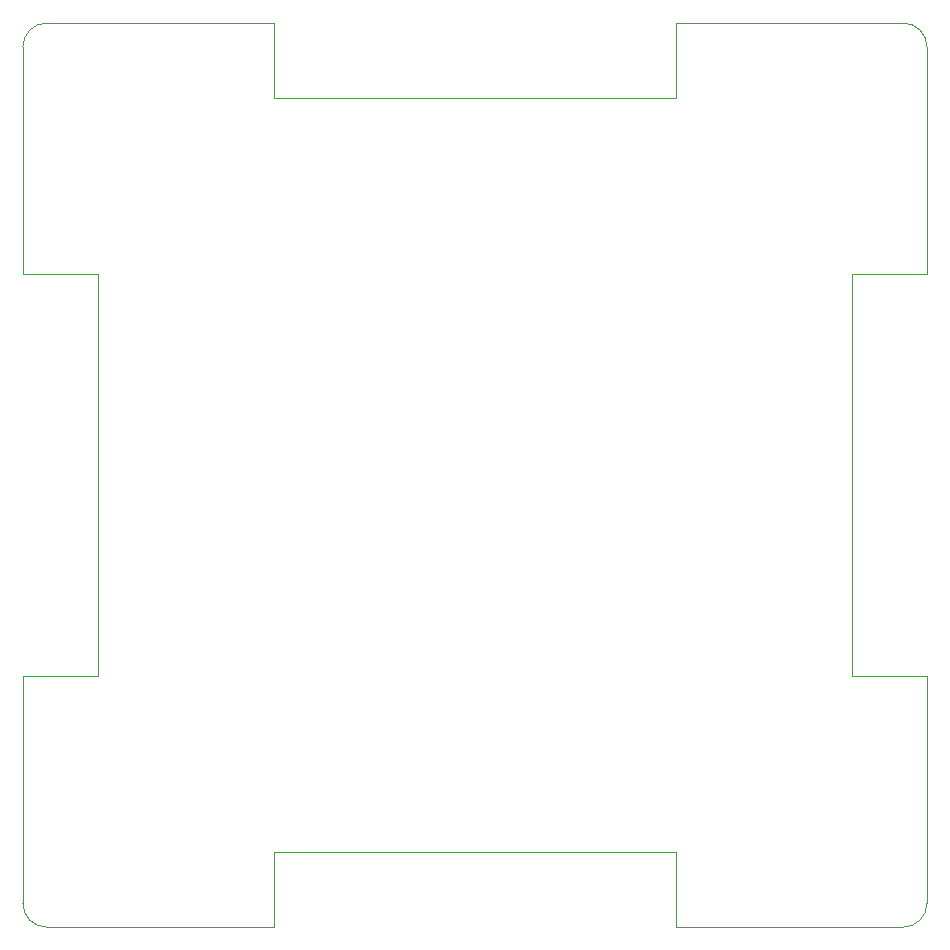
<source format=gm1>
G04 #@! TF.GenerationSoftware,KiCad,Pcbnew,9.0.7*
G04 #@! TF.CreationDate,2026-02-18T22:11:59-06:00*
G04 #@! TF.ProjectId,grad_cap_display,67726164-5f63-4617-905f-646973706c61,rev?*
G04 #@! TF.SameCoordinates,Original*
G04 #@! TF.FileFunction,Profile,NP*
%FSLAX46Y46*%
G04 Gerber Fmt 4.6, Leading zero omitted, Abs format (unit mm)*
G04 Created by KiCad (PCBNEW 9.0.7) date 2026-02-18 22:11:59*
%MOMM*%
%LPD*%
G01*
G04 APERTURE LIST*
G04 #@! TA.AperFunction,Profile*
%ADD10C,0.050000*%
G04 #@! TD*
G04 APERTURE END LIST*
D10*
X21280000Y-6360000D02*
X55280000Y-6360000D01*
X70195000Y-21300000D02*
X70195000Y-55300000D01*
X10000Y-55300000D02*
X10000Y-74570000D01*
X55280000Y-76570000D02*
X74550000Y-76570000D01*
X21280000Y-76570000D02*
X21280000Y-70215000D01*
X74550000Y-30000D02*
X55280000Y-30000D01*
X55280000Y-70215000D02*
X55280000Y-76570000D01*
X21280000Y-6360000D02*
X21280000Y-30000D01*
X10000Y-21300000D02*
X6390000Y-21300000D01*
X76550000Y-21300000D02*
X76550000Y-2030000D01*
X10000Y-2030000D02*
G75*
G02*
X2010000Y-30000I1999999J1D01*
G01*
X76550000Y-55300000D02*
X70195000Y-55300000D01*
X10000Y-2030000D02*
X10000Y-21300000D01*
X2010000Y-76570000D02*
G75*
G02*
X10000Y-74570000I0J2000000D01*
G01*
X2010000Y-76570000D02*
X21280000Y-76570000D01*
X55280000Y-70215000D02*
X21280000Y-70215000D01*
X76550000Y-74570000D02*
X76550000Y-55300000D01*
X76550000Y-74570000D02*
G75*
G02*
X74550000Y-76570000I-2000000J0D01*
G01*
X74550000Y-30000D02*
G75*
G02*
X76550000Y-2030000I0J-2000000D01*
G01*
X6390000Y-55300000D02*
X6390000Y-21300000D01*
X21280000Y-30000D02*
X2010000Y-30000D01*
X70195000Y-21300000D02*
X76550000Y-21300000D01*
X55280000Y-30000D02*
X55280000Y-6360000D01*
X6390000Y-55300000D02*
X10000Y-55300000D01*
M02*

</source>
